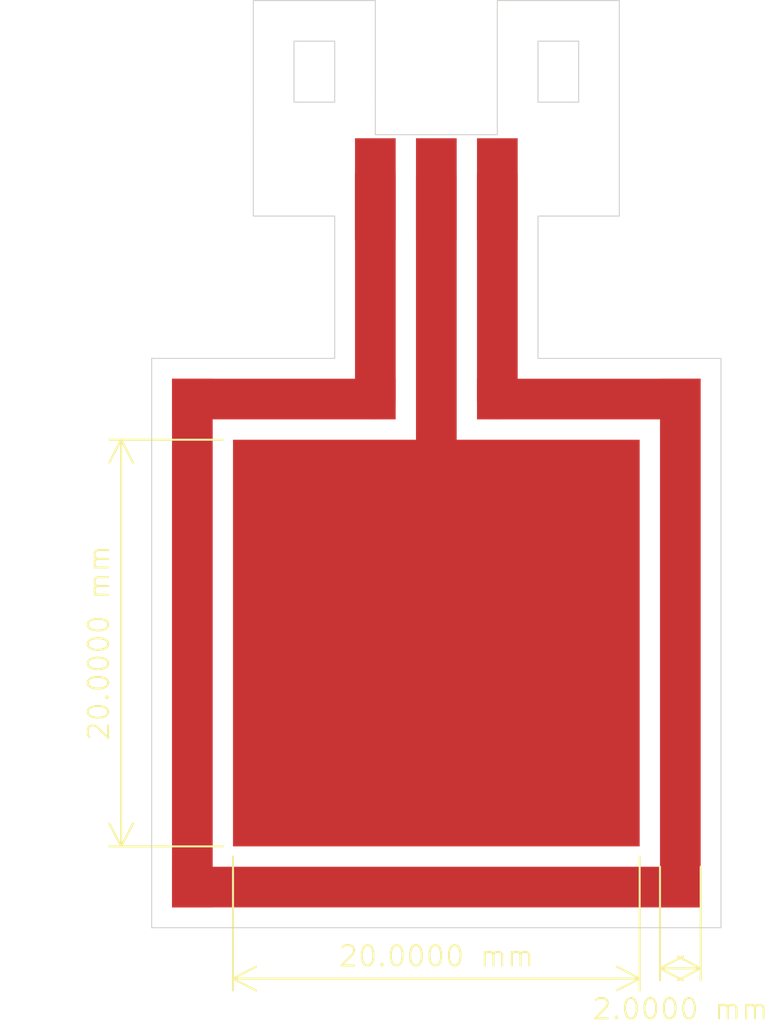
<source format=kicad_pcb>
(kicad_pcb (version 20240108) (generator "pcbnew") (generator_version "8.0")
  (layers (0 "F.Cu" signal) (31 "B.Cu" signal) (34 "B.Paste" user) (35 "F.Paste" user) (36 "B.SilkS" user "B.Silkscreen") (37 "F.SilkS" user "F.Silkscreen") (38 "B.Mask" user) (39 "F.Mask" user) (44 "Edge.Cuts" user))
  (net 0 "")
  (net 1 "/Pad")
  (net 2 "/Fringe Shield")
  (footprint "4022S:Gold_electrode_finger" (layer "F.Cu") (at 109 53.675)
    (property "Reference" "J4" (hide yes))
    (property "Value" "Finger")
    (pad "1" smd rect (at 0 0) (size 2 5) (layers "F.Cu" "F.Paste" "F.Mask") (net 1 "/Pad"))
    (pad "2" smd rect (at -3 0) (size 2 5) (layers "F.Cu" "F.Paste" "F.Mask") (net 2 "/Fringe Shield"))
    (pad "2" smd rect (at 3 0) (size 2 5) (layers "F.Cu" "F.Paste" "F.Mask") (net 2 "/Fringe Shield"))
  )
  (footprint "4022S:Gold_electrode_pad" (layer "F.Cu") (at 109 76)
    (property "Reference" "J3" (hide yes))
    (property "Value" "Pad")
    (pad "1" smd rect (at 0 0) (size 20 20) (layers "F.Cu" "F.Paste" "F.Mask") (net 1 "/Pad"))
    (pad "2" smd rect (at -12 0) (size 2 26) (layers "F.Cu" "F.Paste" "F.Mask") (net 2 "/Fringe Shield"))
    (pad "2" smd rect (at -7.5 -12 90) (size 2 11) (layers "F.Cu" "F.Paste" "F.Mask") (net 2 "/Fringe Shield"))
    (pad "2" smd rect (at 0 12 90) (size 2 26) (layers "F.Cu" "F.Paste" "F.Mask") (net 2 "/Fringe Shield"))
    (pad "2" smd rect (at 7.5 -12 90) (size 2 11) (layers "F.Cu" "F.Paste" "F.Mask") (net 2 "/Fringe Shield"))
    (pad "2" smd rect (at 12 0) (size 2 26) (layers "F.Cu" "F.Paste" "F.Mask") (net 2 "/Fringe Shield"))
  )
  (gr_line (start 118 44.4) (end 118 49.4) (stroke (width 0.05)) (layer "Edge.Cuts"))
  (gr_line (start 123 90) (end 123 62) (stroke (width 0.05)) (layer "Edge.Cuts"))
  (gr_line (start 114 46.4) (end 116 46.4) (stroke (width 0.05)) (layer "Edge.Cuts"))
  (gr_line (start 106 49.4) (end 106 51) (stroke (width 0.05)) (layer "Edge.Cuts"))
  (gr_line (start 102 46.4) (end 104 46.4) (stroke (width 0.05)) (layer "Edge.Cuts"))
  (gr_line (start 106 51) (end 112 51) (stroke (width 0.05)) (layer "Edge.Cuts"))
  (gr_line (start 112 49.4) (end 112 44.4) (stroke (width 0.05)) (layer "Edge.Cuts"))
  (gr_line (start 102 49.4) (end 102 46.4) (stroke (width 0.05)) (layer "Edge.Cuts"))
  (gr_line (start 100 55) (end 104 55) (stroke (width 0.05)) (layer "Edge.Cuts"))
  (gr_line (start 104 55) (end 104 62) (stroke (width 0.05)) (layer "Edge.Cuts"))
  (gr_line (start 118 51) (end 118 55) (stroke (width 0.05)) (layer "Edge.Cuts"))
  (gr_line (start 112 44.4) (end 118 44.4) (stroke (width 0.05)) (layer "Edge.Cuts"))
  (gr_line (start 100 44.4) (end 106 44.4) (stroke (width 0.05)) (layer "Edge.Cuts"))
  (gr_line (start 95 90) (end 123 90) (stroke (width 0.05)) (layer "Edge.Cuts"))
  (gr_line (start 114 49.4) (end 116 49.4) (stroke (width 0.05)) (layer "Edge.Cuts"))
  (gr_line (start 100 51) (end 100 49.4) (stroke (width 0.05)) (layer "Edge.Cuts"))
  (gr_line (start 118 55) (end 114 55) (stroke (width 0.05)) (layer "Edge.Cuts"))
  (gr_line (start 104 49.4) (end 102 49.4) (stroke (width 0.05)) (layer "Edge.Cuts"))
  (gr_line (start 104 46.4) (end 104 49.4) (stroke (width 0.05)) (layer "Edge.Cuts"))
  (gr_line (start 100 49.4) (end 100 44.4) (stroke (width 0.05)) (layer "Edge.Cuts"))
  (gr_line (start 118 51) (end 118 49.4) (stroke (width 0.05)) (layer "Edge.Cuts"))
  (gr_line (start 95 90) (end 95 62) (stroke (width 0.05)) (layer "Edge.Cuts"))
  (gr_line (start 95 62) (end 104 62) (stroke (width 0.05)) (layer "Edge.Cuts"))
  (gr_line (start 106 44.4) (end 106 49.4) (stroke (width 0.05)) (layer "Edge.Cuts"))
  (gr_line (start 100 51) (end 100 55) (stroke (width 0.05)) (layer "Edge.Cuts"))
  (gr_line (start 114 62) (end 123 62) (stroke (width 0.05)) (layer "Edge.Cuts"))
  (gr_line (start 112 51) (end 112 49.4) (stroke (width 0.05)) (layer "Edge.Cuts"))
  (gr_line (start 114 55) (end 114 62) (stroke (width 0.05)) (layer "Edge.Cuts"))
  (gr_line (start 114 49.4) (end 114 46.4) (stroke (width 0.05)) (layer "Edge.Cuts"))
  (gr_line (start 116 46.4) (end 116 49.4) (stroke (width 0.05)) (layer "Edge.Cuts"))
  (dimension (type aligned) (layer "F.SilkS") (pts (xy 99 86) (xy 119 86)) (height 6.5) (gr_text "20,0000 mm" (at 109 91.4 0) (layer "F.SilkS") (effects (font (size 1 1) (thickness 0.1)))) (format (prefix "") (suffix "") (units 3) (units_format 1) (precision 4)) (style (thickness 0.1) (arrow_length 1.27) (text_position_mode 0) (extension_height 0.58642) (extension_offset 0.5) keep_text_aligned))
  (dimension (type aligned) (layer "F.SilkS") (pts (xy 99 86) (xy 99 66)) (height -5.5) (gr_text "20,0000 mm" (at 92.4 76 90) (layer "F.SilkS") (effects (font (size 1 1) (thickness 0.1)))) (format (prefix "") (suffix "") (units 3) (units_format 1) (precision 4)) (style (thickness 0.1) (arrow_length 1.27) (text_position_mode 0) (extension_height 0.58642) (extension_offset 0.5) keep_text_aligned))
  (dimension (type aligned) (layer "F.SilkS") (pts (xy 120 86.5) (xy 122 86.5)) (height 5.5) (gr_text "2,0000 mm" (at 121 94 0) (layer "F.SilkS") (effects (font (size 1 1) (thickness 0.1)))) (format (prefix "") (suffix "") (units 3) (units_format 1) (precision 4)) (style (thickness 0.1) (arrow_length 1.27) (text_position_mode 2) (extension_height 0.58642) (extension_offset 0.5) keep_text_aligned))
  (segment (start 109 53) (end 109 76) (width 2) (layer "F.Cu") (net 1))
  (segment (start 106 53) (end 106 64) (width 2) (layer "F.Cu") (net 2))
  (segment (start 112 53) (end 112 64) (width 2) (layer "F.Cu") (net 2))
)
</source>
